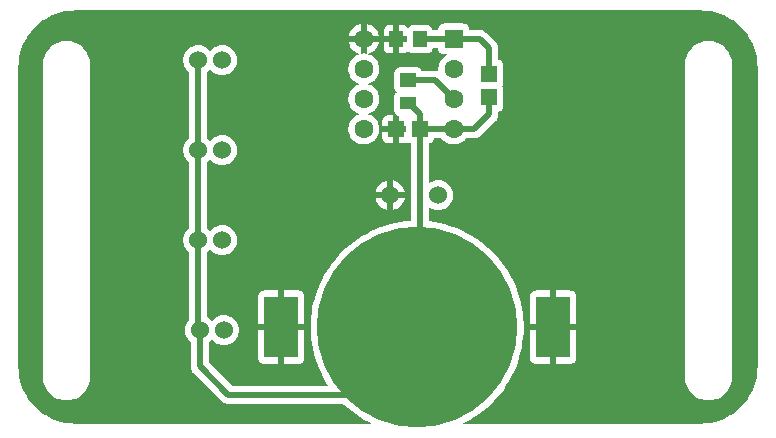
<source format=gtl>
G04 Layer: TopLayer*
G04 EasyEDA v6.5.22, 2022-11-24 10:27:38*
G04 c2ffbf048bd549cebe30352b3eb0f613,ed70181f279245e6aff80281ee7dc86a,10*
G04 Gerber Generator version 0.2*
G04 Scale: 100 percent, Rotated: No, Reflected: No *
G04 Dimensions in millimeters *
G04 leading zeros omitted , absolute positions ,4 integer and 5 decimal *
%FSLAX45Y45*%
%MOMM*%

%AMMACRO1*21,1,$1,$2,0,0,$3*%
%ADD10C,0.5110*%
%ADD11C,17.0000*%
%ADD12R,2.9000X5.2000*%
%ADD13MACRO1,1.35X1.41X0.0000*%
%ADD14R,1.3500X1.4100*%
%ADD15MACRO1,1.35X1.41X90.0000*%
%ADD16MACRO1,1.377X1.1325X-90.0000*%
%ADD17MACRO1,1.377X1.1325X0.0000*%
%ADD18R,1.3770X1.1325*%
%ADD19MACRO1,1.6002X1.6002X-90.0000*%
%ADD20C,1.6002*%
%ADD21C,1.5240*%
%ADD22C,0.0110*%

%LPD*%
G36*
X1230731Y2651302D02*
G01*
X1201115Y2652217D01*
X1172311Y2654808D01*
X1143711Y2659176D01*
X1115466Y2665222D01*
X1087577Y2672994D01*
X1060246Y2682443D01*
X1033526Y2693517D01*
X1007567Y2706166D01*
X982370Y2720340D01*
X958087Y2736037D01*
X934770Y2753207D01*
X912571Y2771698D01*
X891540Y2791510D01*
X871728Y2812592D01*
X853186Y2834792D01*
X836066Y2858058D01*
X820369Y2882341D01*
X806145Y2907538D01*
X793496Y2933547D01*
X782421Y2960268D01*
X773023Y2987598D01*
X765251Y3015437D01*
X759155Y3043732D01*
X754837Y3072282D01*
X752195Y3101086D01*
X751332Y3130753D01*
X751332Y5669229D01*
X752195Y5698896D01*
X754837Y5727700D01*
X759155Y5756249D01*
X765251Y5784545D01*
X773023Y5812383D01*
X782421Y5839714D01*
X793496Y5866434D01*
X806145Y5892444D01*
X820369Y5917641D01*
X836066Y5941923D01*
X853186Y5965190D01*
X871728Y5987389D01*
X891540Y6008471D01*
X912571Y6028283D01*
X934770Y6046774D01*
X958087Y6063945D01*
X982370Y6079642D01*
X1007567Y6093815D01*
X1033526Y6106464D01*
X1060246Y6117539D01*
X1087577Y6126988D01*
X1115466Y6134760D01*
X1143711Y6140805D01*
X1172311Y6145174D01*
X1201115Y6147765D01*
X1230731Y6148679D01*
X6529222Y6148679D01*
X6558889Y6147765D01*
X6587693Y6145174D01*
X6616293Y6140805D01*
X6644538Y6134760D01*
X6672376Y6126988D01*
X6699707Y6117539D01*
X6726428Y6106464D01*
X6752437Y6093815D01*
X6777634Y6079642D01*
X6801916Y6063945D01*
X6825183Y6046774D01*
X6847382Y6028283D01*
X6868464Y6008471D01*
X6888276Y5987389D01*
X6906768Y5965190D01*
X6923938Y5941923D01*
X6939635Y5917641D01*
X6953808Y5892444D01*
X6966508Y5866434D01*
X6977532Y5839714D01*
X6986981Y5812383D01*
X6994753Y5784545D01*
X7000798Y5756249D01*
X7005167Y5727700D01*
X7007758Y5698896D01*
X7008672Y5669229D01*
X7008672Y3130753D01*
X7007758Y3101086D01*
X7005167Y3072282D01*
X7000798Y3043732D01*
X6994753Y3015437D01*
X6986981Y2987598D01*
X6977532Y2960268D01*
X6966508Y2933547D01*
X6953808Y2907538D01*
X6939635Y2882341D01*
X6923938Y2858058D01*
X6906768Y2834792D01*
X6888276Y2812592D01*
X6868464Y2791510D01*
X6847382Y2771698D01*
X6825183Y2753207D01*
X6801916Y2736037D01*
X6777634Y2720340D01*
X6752437Y2706166D01*
X6726428Y2693517D01*
X6699707Y2682443D01*
X6672376Y2672994D01*
X6644538Y2665222D01*
X6616293Y2659176D01*
X6587693Y2654808D01*
X6558889Y2652217D01*
X6529222Y2651302D01*
X4510227Y2651302D01*
X4537608Y2664510D01*
X4575098Y2684780D01*
X4611522Y2706776D01*
X4646879Y2730500D01*
X4681118Y2755849D01*
X4714087Y2782773D01*
X4745736Y2811221D01*
X4776012Y2841193D01*
X4804867Y2872486D01*
X4832146Y2905150D01*
X4857902Y2939034D01*
X4882032Y2974136D01*
X4904486Y3010306D01*
X4925212Y3047492D01*
X4944110Y3085642D01*
X4961229Y3124657D01*
X4976469Y3164382D01*
X4989779Y3204819D01*
X5001209Y3245866D01*
X5010708Y3287369D01*
X5018227Y3329279D01*
X5023713Y3371494D01*
X5027218Y3413912D01*
X5028742Y3456432D01*
X5028234Y3499053D01*
X5025745Y3541522D01*
X5021224Y3583889D01*
X5014722Y3625951D01*
X5006187Y3667658D01*
X4995773Y3708908D01*
X4983378Y3749649D01*
X4969052Y3789781D01*
X4952898Y3829151D01*
X4934864Y3867708D01*
X4915052Y3905402D01*
X4893462Y3942130D01*
X4870196Y3977741D01*
X4845253Y4012234D01*
X4818684Y4045559D01*
X4790592Y4077563D01*
X4761026Y4108196D01*
X4730089Y4137355D01*
X4697730Y4165092D01*
X4664151Y4191254D01*
X4629353Y4215790D01*
X4593437Y4238650D01*
X4556455Y4259783D01*
X4518558Y4279138D01*
X4479798Y4296714D01*
X4440224Y4312412D01*
X4399940Y4326229D01*
X4359046Y4338167D01*
X4317644Y4348124D01*
X4275836Y4356100D01*
X4233722Y4362145D01*
X4228134Y4362653D01*
X4228134Y4483455D01*
X4236974Y4477054D01*
X4250994Y4469333D01*
X4265879Y4463440D01*
X4281424Y4459427D01*
X4297273Y4457446D01*
X4313326Y4457446D01*
X4329176Y4459427D01*
X4344720Y4463440D01*
X4359605Y4469333D01*
X4373626Y4477054D01*
X4386580Y4486452D01*
X4398264Y4497425D01*
X4408474Y4509770D01*
X4417060Y4523282D01*
X4423867Y4537760D01*
X4428794Y4553000D01*
X4431792Y4568698D01*
X4432808Y4584700D01*
X4431792Y4600702D01*
X4428794Y4616399D01*
X4423867Y4631639D01*
X4417060Y4646117D01*
X4408474Y4659630D01*
X4398264Y4671974D01*
X4386580Y4682947D01*
X4373626Y4692345D01*
X4359605Y4700066D01*
X4344720Y4705959D01*
X4329176Y4709972D01*
X4313326Y4711954D01*
X4297273Y4711954D01*
X4281424Y4709972D01*
X4265879Y4705959D01*
X4250994Y4700066D01*
X4236974Y4692345D01*
X4228134Y4685944D01*
X4228134Y5025339D01*
X4231792Y5025694D01*
X4241444Y5028590D01*
X4250283Y5033314D01*
X4258106Y5039715D01*
X4264456Y5047488D01*
X4269181Y5056378D01*
X4272127Y5065979D01*
X4272280Y5067401D01*
X4331106Y5067757D01*
X4332224Y5066080D01*
X4342739Y5053787D01*
X4354677Y5042916D01*
X4367885Y5033568D01*
X4382109Y5025898D01*
X4397197Y5020056D01*
X4412894Y5016093D01*
X4428896Y5014112D01*
X4445101Y5014112D01*
X4461154Y5016093D01*
X4476800Y5020056D01*
X4491888Y5025898D01*
X4506112Y5033568D01*
X4519320Y5042916D01*
X4531258Y5053787D01*
X4541774Y5066080D01*
X4543298Y5068366D01*
X4611827Y5068366D01*
X4623816Y5069281D01*
X4635550Y5072126D01*
X4646676Y5076698D01*
X4656988Y5082997D01*
X4666132Y5090871D01*
X4791456Y5216144D01*
X4799279Y5225338D01*
X4805578Y5235600D01*
X4810201Y5246725D01*
X4812995Y5258460D01*
X4813960Y5270500D01*
X4813960Y5290921D01*
X4824222Y5293918D01*
X4833112Y5298643D01*
X4840884Y5304993D01*
X4847285Y5312816D01*
X4852009Y5321655D01*
X4854905Y5331307D01*
X4855921Y5341315D01*
X4855921Y5482285D01*
X4854905Y5492292D01*
X4852009Y5501944D01*
X4847285Y5510784D01*
X4846421Y5511800D01*
X4847285Y5512816D01*
X4852009Y5521655D01*
X4854905Y5531307D01*
X4855921Y5541314D01*
X4855921Y5682284D01*
X4854905Y5692292D01*
X4852009Y5701944D01*
X4847285Y5710783D01*
X4840884Y5718606D01*
X4833112Y5724956D01*
X4824222Y5729681D01*
X4813960Y5732678D01*
X4813960Y5829300D01*
X4812995Y5841339D01*
X4810201Y5853074D01*
X4805578Y5864199D01*
X4799279Y5874461D01*
X4791456Y5883656D01*
X4713528Y5961532D01*
X4704384Y5969355D01*
X4694072Y5975705D01*
X4682947Y5980277D01*
X4671212Y5983122D01*
X4659223Y5984036D01*
X4568342Y5984036D01*
X4568342Y5987186D01*
X4567326Y5997194D01*
X4564430Y6006846D01*
X4559655Y6015736D01*
X4553305Y6023508D01*
X4545533Y6029858D01*
X4536643Y6034633D01*
X4527042Y6037529D01*
X4517034Y6038494D01*
X4357014Y6038494D01*
X4347006Y6037529D01*
X4337354Y6034633D01*
X4328464Y6029858D01*
X4320692Y6023508D01*
X4314342Y6015736D01*
X4309567Y6006846D01*
X4306671Y5997194D01*
X4305706Y5987186D01*
X4305706Y5983325D01*
X4258360Y5983020D01*
X4258259Y5984341D01*
X4255312Y5993993D01*
X4250588Y6002832D01*
X4244187Y6010656D01*
X4236415Y6017006D01*
X4227576Y6021730D01*
X4217924Y6024676D01*
X4207916Y6025642D01*
X4094683Y6025642D01*
X4084675Y6024676D01*
X4075023Y6021730D01*
X4066184Y6017006D01*
X4058412Y6010656D01*
X4052011Y6002832D01*
X4051300Y6001512D01*
X4050588Y6002832D01*
X4044187Y6010656D01*
X4036415Y6017006D01*
X4027576Y6021730D01*
X4017924Y6024676D01*
X4007916Y6025642D01*
X3976674Y6025642D01*
X3976674Y5930900D01*
X4043375Y5930900D01*
X4043375Y5880100D01*
X3976674Y5880100D01*
X3976674Y5785358D01*
X4007916Y5785358D01*
X4017924Y5786323D01*
X4027576Y5789269D01*
X4036415Y5793994D01*
X4044187Y5800344D01*
X4050588Y5808167D01*
X4051300Y5809488D01*
X4052011Y5808167D01*
X4058412Y5800344D01*
X4066184Y5793994D01*
X4075023Y5789269D01*
X4084675Y5786323D01*
X4094683Y5785358D01*
X4207916Y5785358D01*
X4217924Y5786323D01*
X4227576Y5789269D01*
X4236415Y5793994D01*
X4244187Y5800344D01*
X4250588Y5808167D01*
X4255312Y5817006D01*
X4258259Y5826658D01*
X4258513Y5829300D01*
X4305706Y5829604D01*
X4305706Y5827166D01*
X4306671Y5817158D01*
X4309567Y5807557D01*
X4314342Y5798667D01*
X4320692Y5790895D01*
X4328464Y5784545D01*
X4337354Y5779770D01*
X4347006Y5776874D01*
X4357014Y5775858D01*
X4390288Y5775858D01*
X4374896Y5768898D01*
X4361129Y5760364D01*
X4348530Y5750255D01*
X4337253Y5738622D01*
X4327550Y5725718D01*
X4319473Y5711748D01*
X4313123Y5696864D01*
X4308703Y5681268D01*
X4306265Y5665317D01*
X4305757Y5649163D01*
X4307230Y5633059D01*
X4307789Y5630418D01*
X4298950Y5634075D01*
X4287215Y5636920D01*
X4275175Y5637834D01*
X4167225Y5637834D01*
X4162806Y5646115D01*
X4156456Y5653887D01*
X4148632Y5660288D01*
X4139793Y5665012D01*
X4130141Y5667959D01*
X4120134Y5668924D01*
X3982465Y5668924D01*
X3972458Y5667959D01*
X3962806Y5665012D01*
X3953967Y5660288D01*
X3946144Y5653887D01*
X3939794Y5646115D01*
X3935069Y5637276D01*
X3932123Y5627624D01*
X3931158Y5617616D01*
X3931158Y5504383D01*
X3932123Y5494375D01*
X3935069Y5484723D01*
X3939794Y5475884D01*
X3946144Y5468112D01*
X3953967Y5461711D01*
X3955287Y5461000D01*
X3953967Y5460288D01*
X3946144Y5453888D01*
X3939794Y5446115D01*
X3935069Y5437276D01*
X3932123Y5427624D01*
X3931158Y5417616D01*
X3931158Y5304383D01*
X3932123Y5294376D01*
X3935069Y5284724D01*
X3939794Y5275884D01*
X3946144Y5268112D01*
X3953967Y5261711D01*
X3962806Y5256987D01*
X3972458Y5254040D01*
X3976674Y5253634D01*
X3976674Y5168900D01*
X4029506Y5168900D01*
X4029506Y5118100D01*
X3976674Y5118100D01*
X3976674Y5024678D01*
X4021785Y5024678D01*
X4031792Y5025694D01*
X4041444Y5028590D01*
X4050284Y5033314D01*
X4051300Y5034178D01*
X4052315Y5033314D01*
X4061155Y5028590D01*
X4070807Y5025694D01*
X4074464Y5025339D01*
X4074464Y4366666D01*
X4063695Y4366158D01*
X4021277Y4362145D01*
X3979164Y4356100D01*
X3937355Y4348124D01*
X3895953Y4338167D01*
X3855059Y4326229D01*
X3814775Y4312412D01*
X3775201Y4296714D01*
X3736441Y4279138D01*
X3698544Y4259783D01*
X3661562Y4238650D01*
X3625646Y4215790D01*
X3590848Y4191254D01*
X3557270Y4165092D01*
X3524910Y4137355D01*
X3493973Y4108196D01*
X3464407Y4077563D01*
X3436315Y4045559D01*
X3409746Y4012234D01*
X3384804Y3977741D01*
X3361537Y3942130D01*
X3339947Y3905402D01*
X3320135Y3867708D01*
X3302101Y3829151D01*
X3285947Y3789781D01*
X3271621Y3749649D01*
X3259226Y3708908D01*
X3248812Y3667658D01*
X3240278Y3625951D01*
X3233775Y3583889D01*
X3229254Y3541522D01*
X3226765Y3499053D01*
X3226257Y3456432D01*
X3227781Y3413912D01*
X3231286Y3371494D01*
X3236772Y3329279D01*
X3244291Y3287369D01*
X3253790Y3245866D01*
X3265220Y3204819D01*
X3278530Y3164382D01*
X3293770Y3124657D01*
X3310890Y3085642D01*
X3329787Y3047492D01*
X3350514Y3010306D01*
X3374085Y2972460D01*
X2559151Y2972460D01*
X2362860Y3168751D01*
X2362860Y3340252D01*
X2367280Y3343452D01*
X2378964Y3354425D01*
X2387600Y3364890D01*
X2396236Y3354425D01*
X2407920Y3343452D01*
X2420874Y3334054D01*
X2434894Y3326333D01*
X2449779Y3320440D01*
X2465324Y3316427D01*
X2481173Y3314446D01*
X2497226Y3314446D01*
X2513076Y3316427D01*
X2528620Y3320440D01*
X2543505Y3326333D01*
X2557526Y3334054D01*
X2570480Y3343452D01*
X2582164Y3354425D01*
X2592374Y3366770D01*
X2600960Y3380282D01*
X2607767Y3394760D01*
X2612694Y3410000D01*
X2615692Y3425698D01*
X2616708Y3441700D01*
X2615692Y3457701D01*
X2612694Y3473399D01*
X2607767Y3488639D01*
X2600960Y3503117D01*
X2592374Y3516629D01*
X2582164Y3528974D01*
X2570480Y3539947D01*
X2557526Y3549345D01*
X2543505Y3557066D01*
X2528620Y3562959D01*
X2513076Y3566972D01*
X2497226Y3568954D01*
X2481173Y3568954D01*
X2465324Y3566972D01*
X2449779Y3562959D01*
X2434894Y3557066D01*
X2420874Y3549345D01*
X2407920Y3539947D01*
X2396236Y3528974D01*
X2387600Y3518509D01*
X2378964Y3528974D01*
X2367280Y3539947D01*
X2354326Y3549345D01*
X2350160Y3551631D01*
X2350160Y4102252D01*
X2354580Y4105452D01*
X2366264Y4116425D01*
X2374900Y4126890D01*
X2383536Y4116425D01*
X2395220Y4105452D01*
X2408174Y4096054D01*
X2422194Y4088333D01*
X2437079Y4082440D01*
X2452624Y4078427D01*
X2468473Y4076446D01*
X2484526Y4076446D01*
X2500376Y4078427D01*
X2515920Y4082440D01*
X2530805Y4088333D01*
X2544826Y4096054D01*
X2557780Y4105452D01*
X2569464Y4116425D01*
X2579674Y4128770D01*
X2588260Y4142282D01*
X2595067Y4156760D01*
X2599994Y4172000D01*
X2602992Y4187698D01*
X2604008Y4203700D01*
X2602992Y4219702D01*
X2599994Y4235399D01*
X2595067Y4250639D01*
X2588260Y4265117D01*
X2579674Y4278630D01*
X2569464Y4290974D01*
X2557780Y4301947D01*
X2544826Y4311345D01*
X2530805Y4319066D01*
X2515920Y4324959D01*
X2500376Y4328972D01*
X2484526Y4330954D01*
X2468473Y4330954D01*
X2452624Y4328972D01*
X2437079Y4324959D01*
X2422194Y4319066D01*
X2408174Y4311345D01*
X2395220Y4301947D01*
X2383536Y4290974D01*
X2374900Y4280509D01*
X2366264Y4290974D01*
X2354580Y4301947D01*
X2350160Y4305147D01*
X2350160Y4864252D01*
X2354580Y4867452D01*
X2366264Y4878425D01*
X2374900Y4888890D01*
X2383536Y4878425D01*
X2395220Y4867452D01*
X2408174Y4858054D01*
X2422194Y4850333D01*
X2437079Y4844440D01*
X2452624Y4840427D01*
X2468473Y4838446D01*
X2484526Y4838446D01*
X2500376Y4840427D01*
X2515920Y4844440D01*
X2530805Y4850333D01*
X2544826Y4858054D01*
X2557780Y4867452D01*
X2569464Y4878425D01*
X2579674Y4890770D01*
X2588260Y4904282D01*
X2595067Y4918760D01*
X2599994Y4934000D01*
X2602992Y4949698D01*
X2604008Y4965700D01*
X2602992Y4981702D01*
X2599994Y4997399D01*
X2595067Y5012639D01*
X2588260Y5027117D01*
X2579674Y5040630D01*
X2569464Y5052974D01*
X2557780Y5063947D01*
X2544826Y5073345D01*
X2530805Y5081066D01*
X2515920Y5086959D01*
X2500376Y5090972D01*
X2484526Y5092954D01*
X2468473Y5092954D01*
X2452624Y5090972D01*
X2437079Y5086959D01*
X2422194Y5081066D01*
X2408174Y5073345D01*
X2395220Y5063947D01*
X2383536Y5052974D01*
X2374900Y5042509D01*
X2366264Y5052974D01*
X2354580Y5063947D01*
X2350160Y5067147D01*
X2350160Y5626252D01*
X2354580Y5629452D01*
X2366264Y5640425D01*
X2374900Y5650890D01*
X2383536Y5640425D01*
X2395220Y5629452D01*
X2408174Y5620054D01*
X2422194Y5612333D01*
X2437079Y5606440D01*
X2452624Y5602427D01*
X2468473Y5600446D01*
X2484526Y5600446D01*
X2500376Y5602427D01*
X2515920Y5606440D01*
X2530805Y5612333D01*
X2544826Y5620054D01*
X2557780Y5629452D01*
X2569464Y5640425D01*
X2579674Y5652770D01*
X2588260Y5666282D01*
X2595067Y5680760D01*
X2599994Y5696000D01*
X2602992Y5711698D01*
X2604008Y5727700D01*
X2602992Y5743702D01*
X2599994Y5759399D01*
X2595067Y5774639D01*
X2588260Y5789117D01*
X2579674Y5802630D01*
X2569464Y5814974D01*
X2557780Y5825947D01*
X2544826Y5835345D01*
X2530805Y5843066D01*
X2515920Y5848959D01*
X2500376Y5852972D01*
X2484526Y5854954D01*
X2468473Y5854954D01*
X2452624Y5852972D01*
X2437079Y5848959D01*
X2422194Y5843066D01*
X2408174Y5835345D01*
X2395220Y5825947D01*
X2383536Y5814974D01*
X2374900Y5804509D01*
X2366264Y5814974D01*
X2354580Y5825947D01*
X2341626Y5835345D01*
X2327605Y5843066D01*
X2312720Y5848959D01*
X2297176Y5852972D01*
X2281326Y5854954D01*
X2265273Y5854954D01*
X2249424Y5852972D01*
X2233879Y5848959D01*
X2218994Y5843066D01*
X2204974Y5835345D01*
X2192020Y5825947D01*
X2180336Y5814974D01*
X2170125Y5802630D01*
X2161540Y5789117D01*
X2154732Y5774639D01*
X2149805Y5759399D01*
X2146808Y5743702D01*
X2145792Y5727700D01*
X2146808Y5711698D01*
X2149805Y5696000D01*
X2154732Y5680760D01*
X2161540Y5666282D01*
X2170125Y5652770D01*
X2180336Y5640425D01*
X2192020Y5629452D01*
X2196439Y5626252D01*
X2196439Y5067147D01*
X2192020Y5063947D01*
X2180336Y5052974D01*
X2170125Y5040630D01*
X2161540Y5027117D01*
X2154732Y5012639D01*
X2149805Y4997399D01*
X2146808Y4981702D01*
X2145792Y4965700D01*
X2146808Y4949698D01*
X2149805Y4934000D01*
X2154732Y4918760D01*
X2161540Y4904282D01*
X2170125Y4890770D01*
X2180336Y4878425D01*
X2192020Y4867452D01*
X2196439Y4864252D01*
X2196439Y4305147D01*
X2192020Y4301947D01*
X2180336Y4290974D01*
X2170125Y4278630D01*
X2161540Y4265117D01*
X2154732Y4250639D01*
X2149805Y4235399D01*
X2146808Y4219702D01*
X2145792Y4203700D01*
X2146808Y4187698D01*
X2149805Y4172000D01*
X2154732Y4156760D01*
X2161540Y4142282D01*
X2170125Y4128770D01*
X2180336Y4116425D01*
X2192020Y4105452D01*
X2196439Y4102252D01*
X2196439Y3532174D01*
X2193036Y3528974D01*
X2182825Y3516629D01*
X2174240Y3503117D01*
X2167432Y3488639D01*
X2162505Y3473399D01*
X2159508Y3457701D01*
X2158492Y3441700D01*
X2159508Y3425698D01*
X2162505Y3410000D01*
X2167432Y3394760D01*
X2174240Y3380282D01*
X2182825Y3366770D01*
X2193036Y3354425D01*
X2204720Y3343452D01*
X2209139Y3340252D01*
X2209139Y3136900D01*
X2210104Y3124860D01*
X2212898Y3113125D01*
X2217521Y3102000D01*
X2223820Y3091738D01*
X2231644Y3082544D01*
X2472944Y2841244D01*
X2482138Y2833420D01*
X2492400Y2827121D01*
X2503525Y2822498D01*
X2515260Y2819704D01*
X2527300Y2818739D01*
X3501694Y2818739D01*
X3509264Y2811221D01*
X3540912Y2782773D01*
X3573881Y2755849D01*
X3608120Y2730500D01*
X3643477Y2706776D01*
X3679901Y2684780D01*
X3717391Y2664510D01*
X3744772Y2651302D01*
G37*

%LPC*%
G36*
X6593687Y2846679D02*
G01*
X6613448Y2847644D01*
X6632956Y2850540D01*
X6652158Y2855366D01*
X6670751Y2862021D01*
X6688581Y2870454D01*
X6705549Y2880614D01*
X6721398Y2892399D01*
X6736029Y2905658D01*
X6749288Y2920288D01*
X6761073Y2936138D01*
X6771233Y2953105D01*
X6779666Y2970987D01*
X6786321Y2989580D01*
X6791147Y3008731D01*
X6794042Y3028289D01*
X6795008Y3048000D01*
X6795008Y5689600D01*
X6794042Y5709310D01*
X6791147Y5728868D01*
X6786321Y5748020D01*
X6779666Y5766612D01*
X6771233Y5784494D01*
X6761073Y5801461D01*
X6749288Y5817311D01*
X6736029Y5831941D01*
X6721398Y5845200D01*
X6705549Y5856986D01*
X6688581Y5867146D01*
X6670751Y5875578D01*
X6652158Y5882233D01*
X6632956Y5887059D01*
X6613448Y5889955D01*
X6593687Y5890920D01*
X6573977Y5889955D01*
X6554419Y5887059D01*
X6535267Y5882233D01*
X6516674Y5875578D01*
X6498793Y5867146D01*
X6481876Y5856986D01*
X6465976Y5845200D01*
X6451346Y5831941D01*
X6438087Y5817311D01*
X6426301Y5801461D01*
X6416141Y5784494D01*
X6407708Y5766612D01*
X6401054Y5748020D01*
X6396278Y5728868D01*
X6393383Y5709310D01*
X6392418Y5689600D01*
X6392418Y3048000D01*
X6393383Y3028289D01*
X6396278Y3008731D01*
X6401054Y2989580D01*
X6407708Y2970987D01*
X6416141Y2953105D01*
X6426301Y2936138D01*
X6438087Y2920288D01*
X6451346Y2905658D01*
X6465976Y2892399D01*
X6481876Y2880614D01*
X6498793Y2870454D01*
X6516674Y2862021D01*
X6535267Y2855366D01*
X6554419Y2850540D01*
X6573977Y2847644D01*
G37*
G36*
X1158087Y2846679D02*
G01*
X1177848Y2847644D01*
X1197356Y2850540D01*
X1216558Y2855366D01*
X1235151Y2862021D01*
X1252982Y2870454D01*
X1269949Y2880614D01*
X1285798Y2892399D01*
X1300429Y2905658D01*
X1313688Y2920288D01*
X1325473Y2936138D01*
X1335633Y2953105D01*
X1344066Y2970987D01*
X1350721Y2989580D01*
X1355547Y3008731D01*
X1358442Y3028289D01*
X1359408Y3048000D01*
X1359408Y5689600D01*
X1358442Y5709310D01*
X1355547Y5728868D01*
X1350721Y5748020D01*
X1344066Y5766612D01*
X1335633Y5784494D01*
X1325473Y5801461D01*
X1313688Y5817311D01*
X1300429Y5831941D01*
X1285798Y5845200D01*
X1269949Y5856986D01*
X1252982Y5867146D01*
X1235151Y5875578D01*
X1216558Y5882233D01*
X1197356Y5887059D01*
X1177848Y5889955D01*
X1158087Y5890920D01*
X1138377Y5889955D01*
X1118819Y5887059D01*
X1099667Y5882233D01*
X1081074Y5875578D01*
X1063193Y5867146D01*
X1046276Y5856986D01*
X1030376Y5845200D01*
X1015746Y5831941D01*
X1002487Y5817311D01*
X990701Y5801461D01*
X980541Y5784494D01*
X972108Y5766612D01*
X965453Y5748020D01*
X960678Y5728868D01*
X957783Y5709310D01*
X956818Y5689600D01*
X956818Y3048000D01*
X957783Y3028289D01*
X960678Y3008731D01*
X965453Y2989580D01*
X972108Y2970987D01*
X980541Y2953105D01*
X990701Y2936138D01*
X1002487Y2920288D01*
X1015746Y2905658D01*
X1030376Y2892399D01*
X1046276Y2880614D01*
X1063193Y2870454D01*
X1081074Y2862021D01*
X1099667Y2855366D01*
X1118819Y2850540D01*
X1138377Y2847644D01*
G37*
G36*
X2831490Y3155797D02*
G01*
X2951124Y3155797D01*
X2951124Y3441700D01*
X2780182Y3441700D01*
X2780182Y3207105D01*
X2781198Y3197098D01*
X2784094Y3187446D01*
X2788818Y3178606D01*
X2795219Y3170834D01*
X2802991Y3164433D01*
X2811881Y3159709D01*
X2821482Y3156762D01*
G37*
G36*
X5133492Y3155797D02*
G01*
X5253126Y3155797D01*
X5253126Y3441700D01*
X5082184Y3441700D01*
X5082184Y3207105D01*
X5083200Y3197098D01*
X5086096Y3187446D01*
X5090820Y3178606D01*
X5097221Y3170834D01*
X5104993Y3164433D01*
X5113883Y3159709D01*
X5123484Y3156762D01*
G37*
G36*
X5303926Y3155797D02*
G01*
X5423509Y3155797D01*
X5433517Y3156762D01*
X5443118Y3159709D01*
X5452008Y3164433D01*
X5459780Y3170834D01*
X5466181Y3178606D01*
X5470906Y3187446D01*
X5473801Y3197098D01*
X5474817Y3207105D01*
X5474817Y3441700D01*
X5303926Y3441700D01*
G37*
G36*
X3001924Y3155797D02*
G01*
X3121507Y3155797D01*
X3131515Y3156762D01*
X3141116Y3159709D01*
X3150006Y3164433D01*
X3157778Y3170834D01*
X3164179Y3178606D01*
X3168904Y3187446D01*
X3171799Y3197098D01*
X3172815Y3207105D01*
X3172815Y3441700D01*
X3001924Y3441700D01*
G37*
G36*
X5303926Y3492500D02*
G01*
X5474817Y3492500D01*
X5474817Y3727094D01*
X5473801Y3737101D01*
X5470906Y3746754D01*
X5466181Y3755593D01*
X5459780Y3763365D01*
X5452008Y3769766D01*
X5443118Y3774490D01*
X5433517Y3777437D01*
X5423509Y3778402D01*
X5303926Y3778402D01*
G37*
G36*
X3001924Y3492500D02*
G01*
X3172815Y3492500D01*
X3172815Y3727094D01*
X3171799Y3737101D01*
X3168904Y3746754D01*
X3164179Y3755593D01*
X3157778Y3763365D01*
X3150006Y3769766D01*
X3141116Y3774490D01*
X3131515Y3777437D01*
X3121507Y3778402D01*
X3001924Y3778402D01*
G37*
G36*
X5082184Y3492500D02*
G01*
X5253126Y3492500D01*
X5253126Y3778402D01*
X5133492Y3778402D01*
X5123484Y3777437D01*
X5113883Y3774490D01*
X5104993Y3769766D01*
X5097221Y3763365D01*
X5090820Y3755593D01*
X5086096Y3746754D01*
X5083200Y3737101D01*
X5082184Y3727094D01*
G37*
G36*
X2780182Y3492500D02*
G01*
X2951124Y3492500D01*
X2951124Y3778402D01*
X2831490Y3778402D01*
X2821482Y3777437D01*
X2811881Y3774490D01*
X2802991Y3769766D01*
X2795219Y3763365D01*
X2788818Y3755593D01*
X2784094Y3746754D01*
X2781198Y3737101D01*
X2780182Y3727094D01*
G37*
G36*
X3873500Y4459833D02*
G01*
X3873500Y4559300D01*
X3774186Y4559300D01*
X3775405Y4553000D01*
X3780332Y4537760D01*
X3787140Y4523282D01*
X3795725Y4509770D01*
X3805936Y4497425D01*
X3817620Y4486452D01*
X3830574Y4477054D01*
X3844594Y4469333D01*
X3859479Y4463440D01*
G37*
G36*
X3924300Y4459833D02*
G01*
X3938320Y4463440D01*
X3953205Y4469333D01*
X3967226Y4477054D01*
X3980179Y4486452D01*
X3991864Y4497425D01*
X4002074Y4509770D01*
X4010660Y4523282D01*
X4017467Y4537760D01*
X4022394Y4553000D01*
X4023614Y4559300D01*
X3924300Y4559300D01*
G37*
G36*
X3774186Y4610100D02*
G01*
X3873500Y4610100D01*
X3873500Y4709566D01*
X3859479Y4705959D01*
X3844594Y4700066D01*
X3830574Y4692345D01*
X3817620Y4682947D01*
X3805936Y4671974D01*
X3795725Y4659630D01*
X3787140Y4646117D01*
X3780332Y4631639D01*
X3775405Y4616399D01*
G37*
G36*
X3924300Y4610100D02*
G01*
X4023614Y4610100D01*
X4022394Y4616399D01*
X4017467Y4631639D01*
X4010660Y4646117D01*
X4002074Y4659630D01*
X3991864Y4671974D01*
X3980179Y4682947D01*
X3967226Y4692345D01*
X3953205Y4700066D01*
X3938320Y4705959D01*
X3924300Y4709566D01*
G37*
G36*
X3666896Y5014112D02*
G01*
X3683101Y5014112D01*
X3699154Y5016093D01*
X3714800Y5020056D01*
X3729888Y5025898D01*
X3744112Y5033568D01*
X3757320Y5042916D01*
X3769258Y5053787D01*
X3779774Y5066080D01*
X3788714Y5079542D01*
X3795928Y5094020D01*
X3801313Y5109260D01*
X3804767Y5125059D01*
X3806240Y5141163D01*
X3805783Y5157317D01*
X3803294Y5173268D01*
X3798874Y5188864D01*
X3792575Y5203748D01*
X3784447Y5217718D01*
X3774744Y5230622D01*
X3763467Y5242255D01*
X3750868Y5252364D01*
X3737101Y5260898D01*
X3722420Y5267655D01*
X3707841Y5272278D01*
X3714800Y5274056D01*
X3729888Y5279898D01*
X3744112Y5287568D01*
X3757320Y5296916D01*
X3769258Y5307787D01*
X3779774Y5320080D01*
X3788714Y5333542D01*
X3795928Y5348020D01*
X3801313Y5363260D01*
X3804767Y5379059D01*
X3806240Y5395163D01*
X3805783Y5411317D01*
X3803294Y5427268D01*
X3798874Y5442864D01*
X3792575Y5457748D01*
X3784447Y5471718D01*
X3774744Y5484622D01*
X3763467Y5496255D01*
X3750868Y5506364D01*
X3737101Y5514898D01*
X3722420Y5521655D01*
X3707841Y5526278D01*
X3714800Y5528056D01*
X3729888Y5533898D01*
X3744112Y5541568D01*
X3757320Y5550916D01*
X3769258Y5561787D01*
X3779774Y5574080D01*
X3788714Y5587542D01*
X3795928Y5602020D01*
X3801313Y5617260D01*
X3804767Y5633059D01*
X3806240Y5649163D01*
X3805783Y5665317D01*
X3803294Y5681268D01*
X3798874Y5696864D01*
X3792575Y5711748D01*
X3784447Y5725718D01*
X3774744Y5738622D01*
X3763467Y5750255D01*
X3750868Y5760364D01*
X3737101Y5768898D01*
X3722420Y5775655D01*
X3707841Y5780278D01*
X3714800Y5782056D01*
X3729888Y5787898D01*
X3744112Y5795568D01*
X3757320Y5804916D01*
X3769258Y5815787D01*
X3779774Y5828080D01*
X3788714Y5841542D01*
X3795928Y5856020D01*
X3801313Y5871260D01*
X3803599Y5881776D01*
X3700424Y5881776D01*
X3700424Y5781802D01*
X3691128Y5783529D01*
X3675024Y5784494D01*
X3658870Y5783529D01*
X3649624Y5781802D01*
X3649624Y5881776D01*
X3546398Y5881776D01*
X3548684Y5871260D01*
X3554069Y5856020D01*
X3561283Y5841542D01*
X3570224Y5828080D01*
X3580739Y5815787D01*
X3592677Y5804916D01*
X3605885Y5795568D01*
X3620109Y5787898D01*
X3635197Y5782056D01*
X3642207Y5780278D01*
X3627577Y5775655D01*
X3612896Y5768898D01*
X3599129Y5760364D01*
X3586530Y5750255D01*
X3575253Y5738622D01*
X3565550Y5725718D01*
X3557473Y5711748D01*
X3551123Y5696864D01*
X3546703Y5681268D01*
X3544265Y5665317D01*
X3543757Y5649163D01*
X3545230Y5633059D01*
X3548684Y5617260D01*
X3554069Y5602020D01*
X3561283Y5587542D01*
X3570224Y5574080D01*
X3580739Y5561787D01*
X3592677Y5550916D01*
X3605885Y5541568D01*
X3620109Y5533898D01*
X3635197Y5528056D01*
X3642207Y5526278D01*
X3627577Y5521655D01*
X3612896Y5514898D01*
X3599129Y5506364D01*
X3586530Y5496255D01*
X3575253Y5484622D01*
X3565550Y5471718D01*
X3557473Y5457748D01*
X3551123Y5442864D01*
X3546703Y5427268D01*
X3544265Y5411317D01*
X3543757Y5395163D01*
X3545230Y5379059D01*
X3548684Y5363260D01*
X3554069Y5348020D01*
X3561283Y5333542D01*
X3570224Y5320080D01*
X3580739Y5307787D01*
X3592677Y5296916D01*
X3605885Y5287568D01*
X3620109Y5279898D01*
X3635197Y5274056D01*
X3642207Y5272278D01*
X3627577Y5267655D01*
X3612896Y5260898D01*
X3599129Y5252364D01*
X3586530Y5242255D01*
X3575253Y5230622D01*
X3565550Y5217718D01*
X3557473Y5203748D01*
X3551123Y5188864D01*
X3546703Y5173268D01*
X3544265Y5157317D01*
X3543757Y5141163D01*
X3545230Y5125059D01*
X3548684Y5109260D01*
X3554069Y5094020D01*
X3561283Y5079542D01*
X3570224Y5066080D01*
X3580739Y5053787D01*
X3592677Y5042916D01*
X3605885Y5033568D01*
X3620109Y5025898D01*
X3635197Y5020056D01*
X3650894Y5016093D01*
G37*
G36*
X3880815Y5024678D02*
G01*
X3925874Y5024678D01*
X3925874Y5118100D01*
X3829507Y5118100D01*
X3829507Y5075986D01*
X3830472Y5065979D01*
X3833418Y5056378D01*
X3838143Y5047488D01*
X3844493Y5039715D01*
X3852316Y5033314D01*
X3861155Y5028590D01*
X3870807Y5025694D01*
G37*
G36*
X3829507Y5168900D02*
G01*
X3925874Y5168900D01*
X3925874Y5262321D01*
X3880815Y5262321D01*
X3870807Y5261305D01*
X3861155Y5258409D01*
X3852316Y5253685D01*
X3844493Y5247284D01*
X3838143Y5239512D01*
X3833418Y5230622D01*
X3830472Y5221020D01*
X3829507Y5211013D01*
G37*
G36*
X3894683Y5785358D02*
G01*
X3925874Y5785358D01*
X3925874Y5880100D01*
X3843375Y5880100D01*
X3843375Y5836666D01*
X3844340Y5826658D01*
X3847287Y5817006D01*
X3852011Y5808167D01*
X3858412Y5800344D01*
X3866184Y5793994D01*
X3875024Y5789269D01*
X3884676Y5786323D01*
G37*
G36*
X3843375Y5930900D02*
G01*
X3925874Y5930900D01*
X3925874Y6025642D01*
X3894683Y6025642D01*
X3884676Y6024676D01*
X3875024Y6021730D01*
X3866184Y6017006D01*
X3858412Y6010656D01*
X3852011Y6002832D01*
X3847287Y5993993D01*
X3844340Y5984341D01*
X3843375Y5974334D01*
G37*
G36*
X3546297Y5932576D02*
G01*
X3649624Y5932576D01*
X3649624Y6035802D01*
X3642969Y6034532D01*
X3627577Y6029655D01*
X3612896Y6022898D01*
X3599129Y6014364D01*
X3586530Y6004255D01*
X3575253Y5992622D01*
X3565550Y5979718D01*
X3557473Y5965748D01*
X3551123Y5950864D01*
X3546703Y5935268D01*
G37*
G36*
X3700424Y5932576D02*
G01*
X3803700Y5932576D01*
X3803294Y5935268D01*
X3798874Y5950864D01*
X3792575Y5965748D01*
X3784447Y5979718D01*
X3774744Y5992622D01*
X3763467Y6004255D01*
X3750868Y6014364D01*
X3737101Y6022898D01*
X3722420Y6029655D01*
X3707028Y6034532D01*
X3700424Y6035802D01*
G37*

%LPD*%
D10*
X4127500Y3467100D02*
G01*
X3556000Y2895600D01*
X2527300Y2895600D01*
X2286000Y3136900D01*
X2286000Y3441700D01*
X3951224Y5905500D02*
G01*
X3675125Y5907278D01*
X4151375Y5905500D02*
G01*
X4437125Y5907278D01*
X4436999Y5907201D02*
G01*
X4659198Y5907201D01*
X4737100Y5829300D01*
X4737100Y5611799D01*
X4436999Y5145201D02*
G01*
X4611801Y5145201D01*
X4737100Y5270500D01*
X4737100Y5411800D01*
X4051300Y5560999D02*
G01*
X4275200Y5560999D01*
X4436999Y5399201D01*
X4127500Y3467100D02*
G01*
X4151299Y3490899D01*
X4151299Y5143500D01*
X4151375Y5143500D02*
G01*
X4437125Y5145278D01*
X4151299Y5143500D02*
G01*
X4151299Y5270500D01*
X4060799Y5361000D01*
X4051300Y5361000D01*
X2273300Y5727700D02*
G01*
X2273300Y4965700D01*
X2273300Y4965700D02*
G01*
X2273300Y4203700D01*
X2273300Y4203700D02*
G01*
X2273300Y3454400D01*
X2286000Y3441700D01*
D11*
G01*
X4127500Y3467100D03*
D12*
G01*
X5278500Y3467100D03*
G01*
X2976499Y3467100D03*
D13*
G01*
X4737100Y5611802D03*
D14*
G01*
X4737100Y5411800D03*
D15*
G01*
X4151302Y5143500D03*
G01*
X3951297Y5143500D03*
D16*
G01*
X3951295Y5905500D03*
G01*
X4151304Y5905500D03*
D17*
G01*
X4051300Y5561004D03*
D18*
G01*
X4051300Y5361000D03*
D19*
G01*
X4437001Y5907199D03*
D20*
G01*
X4436999Y5653201D03*
G01*
X4436999Y5399201D03*
G01*
X4436999Y5145201D03*
G01*
X3674999Y5145201D03*
G01*
X3674999Y5399201D03*
G01*
X3674999Y5653201D03*
G01*
X3674999Y5907201D03*
D21*
G01*
X2489200Y3441700D03*
G01*
X2286000Y3441700D03*
G01*
X2273300Y4203700D03*
G01*
X2476500Y4203700D03*
G01*
X2273300Y4965700D03*
G01*
X2476500Y4965700D03*
G01*
X2273300Y5727700D03*
G01*
X2476500Y5727700D03*
G01*
X4140200Y3479800D03*
G01*
X3898900Y4584700D03*
G01*
X4305300Y4584700D03*
M02*

</source>
